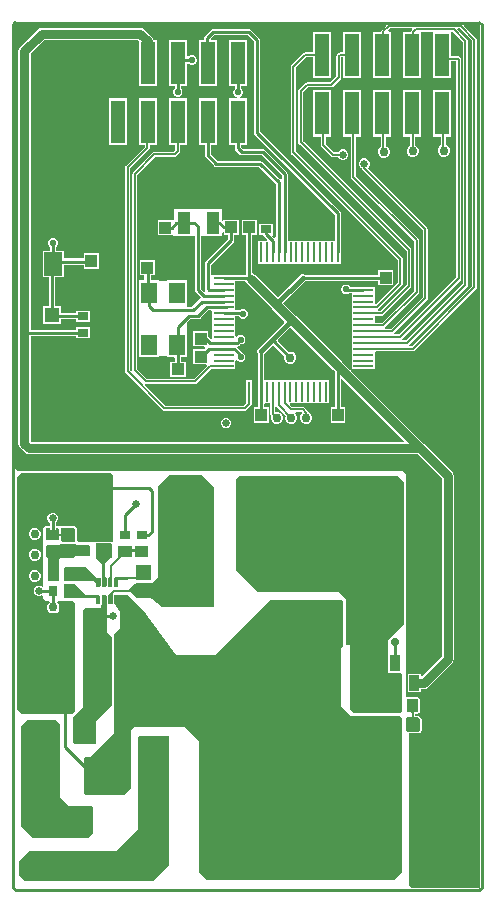
<source format=gtl>
G04*
G04 #@! TF.GenerationSoftware,Altium Limited,CircuitMaker,2.2.1 (2.2.1.6)*
G04*
G04 Layer_Physical_Order=1*
G04 Layer_Color=25308*
%FSLAX25Y25*%
%MOIN*%
G70*
G04*
G04 #@! TF.SameCoordinates,3F80FBB2-A1F2-450A-AE04-FF917F864492*
G04*
G04*
G04 #@! TF.FilePolarity,Positive*
G04*
G01*
G75*
%ADD11C,0.01000*%
%ADD16C,0.00600*%
%ADD20R,0.05000X0.14488*%
%ADD21R,0.04134X0.03937*%
%ADD22R,0.03937X0.04134*%
%ADD23R,0.05905X0.07874*%
%ADD24R,0.05512X0.07087*%
%ADD25R,0.00866X0.06693*%
%ADD26R,0.06693X0.00866*%
%ADD27R,0.03543X0.02756*%
%ADD28R,0.04331X0.07480*%
%ADD29R,0.09842X0.07874*%
%ADD30R,0.12437X0.10799*%
G04:AMPARAMS|DCode=31|XSize=26.38mil|YSize=11.81mil|CornerRadius=2.95mil|HoleSize=0mil|Usage=FLASHONLY|Rotation=90.000|XOffset=0mil|YOffset=0mil|HoleType=Round|Shape=RoundedRectangle|*
%AMROUNDEDRECTD31*
21,1,0.02638,0.00591,0,0,90.0*
21,1,0.02047,0.01181,0,0,90.0*
1,1,0.00591,0.00295,0.01024*
1,1,0.00591,0.00295,-0.01024*
1,1,0.00591,-0.00295,-0.01024*
1,1,0.00591,-0.00295,0.01024*
%
%ADD31ROUNDEDRECTD31*%
%ADD32R,0.07000X0.07087*%
%ADD33R,0.04331X0.04134*%
%ADD34R,0.12500X0.10000*%
G04:AMPARAMS|DCode=35|XSize=39.37mil|YSize=39.37mil|CornerRadius=5.91mil|HoleSize=0mil|Usage=FLASHONLY|Rotation=90.000|XOffset=0mil|YOffset=0mil|HoleType=Round|Shape=RoundedRectangle|*
%AMROUNDEDRECTD35*
21,1,0.03937,0.02756,0,0,90.0*
21,1,0.02756,0.03937,0,0,90.0*
1,1,0.01181,0.01378,0.01378*
1,1,0.01181,0.01378,-0.01378*
1,1,0.01181,-0.01378,-0.01378*
1,1,0.01181,-0.01378,0.01378*
%
%ADD35ROUNDEDRECTD35*%
%ADD36R,0.03347X0.05315*%
%ADD37R,0.02756X0.03543*%
%ADD38R,0.03543X0.03347*%
%ADD39R,0.15748X0.22047*%
%ADD40R,0.05984X0.06614*%
%ADD41R,0.12402X0.07008*%
%ADD67C,0.03000*%
%ADD71C,0.03000*%
%ADD72C,0.01500*%
%ADD73C,0.05118*%
%ADD74R,0.05118X0.05118*%
%ADD75C,0.09055*%
%ADD76C,0.02200*%
%ADD77C,0.02500*%
%ADD78C,0.02800*%
G36*
X183600Y68191D02*
X183409Y68000D01*
X160814D01*
X160000Y68814D01*
Y118974D01*
X159748Y119226D01*
X159940Y119688D01*
X163152D01*
X163535Y119846D01*
X163535Y119846D01*
X163913Y120224D01*
X164071Y120607D01*
X164071Y120607D01*
Y124516D01*
X163913Y124898D01*
X163913Y124898D01*
X163401Y125410D01*
X163019Y125568D01*
X163019Y125568D01*
X162037D01*
Y126115D01*
X162692D01*
X162692Y126115D01*
X163075Y126273D01*
X163272Y126471D01*
X163431Y126853D01*
X163431Y126853D01*
Y130987D01*
X163430Y130987D01*
X163431Y130987D01*
X163354Y131173D01*
X163272Y131370D01*
X163272Y131370D01*
X163272Y131370D01*
X163143Y131498D01*
X162761Y131657D01*
X162761Y131657D01*
X162761Y131657D01*
X160339Y131657D01*
X160330Y131653D01*
X159283D01*
X158993Y131846D01*
Y205960D01*
X158000Y206954D01*
Y207000D01*
X29500D01*
X28500Y208000D01*
X28500Y356000D01*
X151993D01*
X152184Y355538D01*
X150823Y354177D01*
X150646Y353912D01*
X150584Y353600D01*
X150103Y353488D01*
X148000D01*
Y338000D01*
X154000D01*
Y353488D01*
X153095D01*
X152904Y353950D01*
X153601Y354647D01*
X160841D01*
X161032Y354185D01*
X160823Y353977D01*
X160646Y353712D01*
X160602Y353488D01*
X158000D01*
Y338000D01*
X164000D01*
Y353488D01*
X164476Y353547D01*
X167525D01*
X168000Y353488D01*
X168000Y353047D01*
Y338000D01*
X174000D01*
Y343684D01*
X175684D01*
Y271638D01*
X156627Y252581D01*
X154948D01*
X154796Y253081D01*
X154910Y253157D01*
X165977Y264223D01*
X165977Y264223D01*
X166154Y264488D01*
X166216Y264800D01*
Y287600D01*
X166216Y287600D01*
X166154Y287912D01*
X165977Y288177D01*
X165977Y288177D01*
X146089Y308064D01*
X146534Y308509D01*
X146800Y309152D01*
Y309848D01*
X146534Y310491D01*
X146041Y310984D01*
X145398Y311250D01*
X144702D01*
X144059Y310984D01*
X143566Y310491D01*
X143300Y309848D01*
Y309152D01*
X143566Y308509D01*
X144059Y308016D01*
X144236Y307943D01*
X144296Y307638D01*
X144473Y307373D01*
X164584Y287262D01*
Y265138D01*
X153996Y254549D01*
X152017D01*
X151865Y255049D01*
X151979Y255125D01*
X163077Y266223D01*
X163077Y266223D01*
X163254Y266488D01*
X163316Y266800D01*
Y284000D01*
X163316Y284000D01*
X163254Y284312D01*
X163077Y284577D01*
X163077Y284577D01*
X142216Y305438D01*
Y318512D01*
X144000D01*
Y334000D01*
X138000D01*
Y318512D01*
X140584D01*
Y305100D01*
X140584Y305100D01*
X140646Y304788D01*
X140823Y304523D01*
X161684Y283662D01*
Y267138D01*
X151064Y256518D01*
X148890D01*
X148481Y256737D01*
X148481Y257135D01*
X148481Y258604D01*
X148890Y258823D01*
X150739D01*
X150739Y258823D01*
X151051Y258885D01*
X151316Y259062D01*
X160477Y268223D01*
X160654Y268488D01*
X160716Y268800D01*
X160716Y268800D01*
Y280700D01*
X160716Y280700D01*
X160654Y281012D01*
X160477Y281277D01*
X124616Y317138D01*
Y333462D01*
X126138Y334984D01*
X133914D01*
X133914Y334984D01*
X134226Y335046D01*
X134491Y335223D01*
X137077Y337809D01*
X137077Y337809D01*
X137254Y338074D01*
X137316Y338386D01*
X137316Y338386D01*
Y344984D01*
X138000D01*
Y338000D01*
X144000D01*
Y353488D01*
X138000D01*
Y346616D01*
X136800D01*
X136488Y346554D01*
X136223Y346377D01*
X136223Y346377D01*
X135923Y346077D01*
X135746Y345812D01*
X135684Y345500D01*
X135684Y345500D01*
Y338724D01*
X133576Y336616D01*
X125800D01*
X125800Y336616D01*
X125488Y336554D01*
X125223Y336377D01*
X125223Y336377D01*
X123223Y334377D01*
X123046Y334112D01*
X122984Y333800D01*
X122984Y333800D01*
Y316800D01*
X122984Y316800D01*
X123046Y316488D01*
X123223Y316223D01*
X159084Y280362D01*
Y269138D01*
X150401Y260455D01*
X149722D01*
X149570Y260955D01*
X149684Y261031D01*
X157577Y268923D01*
X157754Y269188D01*
X157816Y269500D01*
X157816Y269500D01*
Y277672D01*
X157754Y277984D01*
X157577Y278249D01*
X157577Y278249D01*
X122116Y313710D01*
Y341562D01*
X125538Y344984D01*
X128000D01*
Y338000D01*
X134000D01*
Y353488D01*
X128000D01*
Y346616D01*
X125200D01*
X124888Y346554D01*
X124623Y346377D01*
X124623Y346377D01*
X120723Y342477D01*
X120546Y342212D01*
X120484Y341900D01*
X120484Y341900D01*
Y313372D01*
X120484Y313372D01*
X120546Y313060D01*
X120723Y312796D01*
X156184Y277334D01*
Y269838D01*
X148975Y262628D01*
X148481Y262841D01*
X148481Y263041D01*
X148481Y264509D01*
X148481Y265009D01*
X148481Y266478D01*
X148481Y266978D01*
Y268446D01*
X145038D01*
X145024Y268455D01*
X144634Y268533D01*
X140230D01*
X139806Y268956D01*
X139218Y269200D01*
X138582D01*
X137994Y268956D01*
X137544Y268506D01*
X137300Y267918D01*
Y267282D01*
X137544Y266694D01*
X137994Y266244D01*
X138582Y266000D01*
X139218D01*
X139806Y266244D01*
X140056Y266493D01*
X140294D01*
X140788Y266478D01*
X140788Y265993D01*
X140788Y264612D01*
X140788Y264111D01*
X140788Y262643D01*
X140788Y262143D01*
X140788Y260675D01*
X140788Y260174D01*
X140788Y258706D01*
X140788Y258206D01*
X140788Y256737D01*
X140788Y256238D01*
X140788Y254769D01*
X140788Y254269D01*
X140788Y252800D01*
X140788Y252301D01*
X140788Y250832D01*
X140788Y250332D01*
Y248864D01*
X140788D01*
Y248761D01*
X140788Y248761D01*
X140788Y246895D01*
X140788Y246395D01*
X140788Y244927D01*
X140788Y244426D01*
X140788Y242958D01*
X140788Y242458D01*
Y241478D01*
X140788Y241092D01*
X140361Y240811D01*
X137687Y243486D01*
X137686Y243487D01*
X137685Y243488D01*
X137592Y243581D01*
X122286Y258887D01*
X117988Y263185D01*
X125233Y270430D01*
X144634D01*
X144886Y270480D01*
X149632D01*
Y268933D01*
X154569D01*
Y274067D01*
X149632D01*
Y272520D01*
X144684D01*
X144433Y272470D01*
X125174D01*
X124938Y272627D01*
X124450Y272725D01*
X123962Y272627D01*
X123549Y272351D01*
X116185Y264988D01*
X108642Y272531D01*
X107980Y272973D01*
X107670Y273035D01*
Y279934D01*
Y285716D01*
X109111D01*
Y290850D01*
X104174D01*
Y285716D01*
X105630D01*
Y279934D01*
Y272470D01*
X98166D01*
X97776Y272392D01*
X97762Y272383D01*
X94420D01*
X94319Y272383D01*
X93920Y272625D01*
Y275878D01*
X99921Y281879D01*
X101421Y283379D01*
X101642Y283710D01*
X101720Y284100D01*
Y285687D01*
X103168D01*
Y290821D01*
X98232D01*
Y290710D01*
X97732Y290451D01*
X97600Y290543D01*
Y294400D01*
X82100D01*
X82083Y294400D01*
X81730Y294400D01*
X81713Y294440D01*
X81600Y294400D01*
X81600Y293954D01*
X81600Y293900D01*
Y290980D01*
X81169Y290814D01*
X81169Y290814D01*
Y290814D01*
X81169Y290814D01*
X76231D01*
Y285680D01*
X81169D01*
Y285680D01*
X81600Y285515D01*
Y285400D01*
X88580D01*
Y267400D01*
X88658Y267010D01*
X88879Y266679D01*
X90506Y265052D01*
X90390Y264539D01*
X90354Y264497D01*
X90055Y264297D01*
X87378Y261620D01*
X85953D01*
Y270498D01*
X85862D01*
Y270605D01*
X79351D01*
Y270498D01*
X76413D01*
Y270605D01*
X73767D01*
Y272332D01*
X75265D01*
Y277269D01*
X70131D01*
Y272332D01*
X71728D01*
Y270605D01*
X69902D01*
Y270498D01*
X69843D01*
Y245302D01*
X69902D01*
Y245195D01*
X76413D01*
Y245302D01*
X79351D01*
Y245195D01*
X81603D01*
X81955Y244841D01*
X81947Y243468D01*
X80386D01*
Y238531D01*
X85520D01*
Y243468D01*
X84341D01*
X83988Y243823D01*
X83996Y245195D01*
X85862D01*
Y245302D01*
X85953D01*
Y256711D01*
X87022Y257780D01*
X89700D01*
X90090Y257858D01*
X90421Y258079D01*
X92930Y260588D01*
X93826D01*
X94319Y260572D01*
X94319Y258706D01*
X94319Y258206D01*
X94319Y256737D01*
X94319Y256238D01*
X94319Y254769D01*
X94319Y254269D01*
X94319Y252800D01*
X94319Y252301D01*
Y251330D01*
X93819Y251123D01*
X93068Y251874D01*
X92968Y251940D01*
Y253720D01*
X88032D01*
Y248586D01*
X91537D01*
X91748Y248110D01*
X91515Y247814D01*
X88032D01*
Y242680D01*
X92320D01*
X92527Y242180D01*
X88162Y237816D01*
X72438D01*
X69316Y240938D01*
Y305862D01*
X75238Y311784D01*
X81800D01*
X81800Y311784D01*
X82112Y311846D01*
X82377Y312023D01*
X83377Y313023D01*
X83377Y313023D01*
X83554Y313288D01*
X83616Y313600D01*
Y315768D01*
X86000D01*
Y331256D01*
X80000D01*
Y315768D01*
X81984D01*
Y313938D01*
X81462Y313416D01*
X74900D01*
X74900Y313416D01*
X74588Y313354D01*
X74323Y313177D01*
X74323Y313177D01*
X67923Y306777D01*
X67746Y306512D01*
X67684Y306200D01*
X67684Y306200D01*
Y240613D01*
X67588Y240554D01*
X67249Y240394D01*
X66916Y240659D01*
Y307962D01*
X73277Y314323D01*
X73454Y314588D01*
X73516Y314900D01*
X73516Y314900D01*
Y315768D01*
X76000D01*
Y331256D01*
X70000D01*
Y315768D01*
X71884D01*
Y315238D01*
X65523Y308877D01*
X65346Y308612D01*
X65284Y308300D01*
X65284Y308300D01*
Y240293D01*
X65284Y240293D01*
X65346Y239981D01*
X65523Y239716D01*
X77816Y227423D01*
X77816Y227423D01*
X78081Y227246D01*
X78393Y227184D01*
X78393Y227184D01*
X105100D01*
X105100Y227184D01*
X105412Y227246D01*
X105677Y227423D01*
X107199Y228946D01*
X107199Y228946D01*
X107376Y229210D01*
X107438Y229523D01*
Y229619D01*
X107556D01*
Y237312D01*
X105690D01*
Y229743D01*
X104762Y228816D01*
X78731D01*
X71816Y235731D01*
X72062Y236192D01*
X72100Y236184D01*
X72100Y236184D01*
X88500D01*
X88500Y236184D01*
X88812Y236246D01*
X89077Y236423D01*
X93761Y241107D01*
X94319D01*
Y240989D01*
X102012D01*
X102012Y242856D01*
X102012Y243356D01*
Y243872D01*
X102188Y243962D01*
X102512Y244025D01*
X102894Y243644D01*
X103482Y243400D01*
X104118D01*
X104706Y243644D01*
X105156Y244094D01*
X105400Y244682D01*
Y245318D01*
X105156Y245906D01*
X104706Y246356D01*
X104503Y246441D01*
X102667Y248277D01*
X102676Y248438D01*
X102844Y248806D01*
X103087Y248855D01*
X103418Y249076D01*
X103642Y249300D01*
X104118D01*
X104706Y249544D01*
X105156Y249994D01*
X105400Y250582D01*
Y251218D01*
X105156Y251806D01*
X104706Y252256D01*
X104118Y252500D01*
X103482D01*
X102894Y252256D01*
X102512Y251875D01*
X102188Y251938D01*
X102012Y252028D01*
X102012Y252698D01*
X102012Y253198D01*
X102012Y254667D01*
X102012Y255167D01*
X102012Y256635D01*
X102012Y257135D01*
X102012Y258604D01*
X102506Y258619D01*
X103133D01*
X103144Y258594D01*
X103594Y258144D01*
X104182Y257900D01*
X104818D01*
X105406Y258144D01*
X105856Y258594D01*
X106100Y259182D01*
Y259818D01*
X105856Y260406D01*
X105406Y260856D01*
X104818Y261100D01*
X104182D01*
X103594Y260856D01*
X103396Y260659D01*
X102506D01*
X102012Y260675D01*
Y262143D01*
X102012Y262541D01*
X102012D01*
Y262643D01*
X102012D01*
Y264509D01*
X102012D01*
Y264612D01*
X102012D01*
Y266478D01*
X102012D01*
Y266580D01*
X102012Y266580D01*
X102012Y268446D01*
X102012Y268946D01*
X102012Y270415D01*
X102506Y270430D01*
X105292D01*
X105316Y270309D01*
X105758Y269647D01*
X114203Y261203D01*
X118325Y257080D01*
Y256580D01*
X113599Y251854D01*
X109658Y247914D01*
X109382Y247500D01*
X109285Y247012D01*
X109382Y246525D01*
X109540Y246288D01*
Y233466D01*
X109579Y233272D01*
X109580Y233263D01*
Y228302D01*
X108174D01*
Y223168D01*
X113111D01*
Y228302D01*
X111620D01*
Y229266D01*
X111973Y229619D01*
X113461Y229619D01*
X113681Y229210D01*
Y226103D01*
X113681Y226103D01*
X113743Y225791D01*
X113920Y225527D01*
X113931Y225515D01*
X113800Y225198D01*
Y224402D01*
X114104Y223667D01*
X114667Y223105D01*
X115402Y222800D01*
X116198D01*
X116933Y223105D01*
X117496Y223667D01*
X117800Y224402D01*
Y225198D01*
X117496Y225933D01*
X116933Y226496D01*
X116198Y226800D01*
X115402D01*
X115312Y226860D01*
Y228420D01*
X115812Y228572D01*
X115888Y228458D01*
X118831Y225515D01*
X118700Y225198D01*
Y224402D01*
X119004Y223667D01*
X119567Y223105D01*
X120302Y222800D01*
X121098D01*
X121833Y223105D01*
X122396Y223667D01*
X122700Y224402D01*
Y225198D01*
X122396Y225933D01*
X122044Y226284D01*
X122251Y226784D01*
X124149D01*
X124422Y226351D01*
X124004Y225933D01*
X123700Y225198D01*
Y224402D01*
X124004Y223667D01*
X124567Y223105D01*
X125302Y222800D01*
X126098D01*
X126833Y223105D01*
X127395Y223667D01*
X127700Y224402D01*
Y225198D01*
X127395Y225933D01*
X126833Y226496D01*
X126488Y226638D01*
X126454Y226812D01*
X126277Y227077D01*
X126277Y227077D01*
X125177Y228177D01*
X124912Y228354D01*
X124600Y228416D01*
X124600Y228416D01*
X120938D01*
X120196Y229157D01*
X120387Y229619D01*
X121335Y229619D01*
X121835Y229619D01*
X123304Y229619D01*
X123804Y229619D01*
X125272Y229619D01*
X125772Y229619D01*
X127241Y229619D01*
X127741Y229619D01*
X129209Y229619D01*
X129709Y229619D01*
X131178Y229619D01*
X131678Y229619D01*
X133146D01*
Y237312D01*
X131280Y237312D01*
X130780Y237312D01*
X129312Y237312D01*
X128812Y237312D01*
X127343Y237312D01*
X126843Y237312D01*
X125374Y237312D01*
X124874Y237312D01*
X123406Y237312D01*
X122906Y237312D01*
X121438Y237312D01*
X120938Y237312D01*
X119469D01*
X119469Y237312D01*
X119367D01*
Y237312D01*
X118969Y237312D01*
X117500D01*
Y237312D01*
X117398D01*
X117398Y237312D01*
X115532Y237312D01*
X115032Y237312D01*
X113564Y237312D01*
X113064Y237312D01*
X111595D01*
X111579Y237806D01*
Y246230D01*
X114554Y249204D01*
X118347Y245411D01*
X118300Y245298D01*
Y244502D01*
X118605Y243767D01*
X119167Y243204D01*
X119902Y242900D01*
X120698D01*
X121433Y243204D01*
X121995Y243767D01*
X122300Y244502D01*
Y245298D01*
X121995Y246033D01*
X121433Y246596D01*
X120698Y246900D01*
X119902D01*
X119789Y246853D01*
X116246Y250396D01*
Y250896D01*
X120378Y255028D01*
X134708Y240697D01*
X134709Y240697D01*
X134710Y240696D01*
X134804Y240601D01*
X135130Y240275D01*
Y233466D01*
Y228302D01*
X133742D01*
Y223168D01*
X138680D01*
Y228302D01*
X137170D01*
Y233466D01*
Y237582D01*
X137631Y237774D01*
X158204Y217201D01*
X158013Y216739D01*
X34045D01*
X33739Y217045D01*
Y252169D01*
X48928D01*
Y251310D01*
X53472D01*
Y255066D01*
X48928D01*
Y254208D01*
X33739D01*
Y346155D01*
X38345Y350761D01*
X69455D01*
X70000Y350216D01*
Y335256D01*
X76000D01*
Y350744D01*
X74791D01*
X74734Y351030D01*
X74292Y351692D01*
X74292Y351692D01*
X71742Y354242D01*
X71080Y354684D01*
X70300Y354839D01*
X37500D01*
X36720Y354684D01*
X36058Y354242D01*
X30258Y348442D01*
X29816Y347780D01*
X29661Y347000D01*
Y253200D01*
Y216200D01*
X29816Y215420D01*
X30258Y214758D01*
X31758Y213258D01*
X32420Y212816D01*
X33200Y212661D01*
X162744D01*
X170761Y204644D01*
Y145145D01*
X164402Y138786D01*
X163902Y138993D01*
Y139576D01*
X159556D01*
Y133261D01*
X163902D01*
Y134379D01*
X164918D01*
X165699Y134534D01*
X166360Y134976D01*
X174242Y142858D01*
X174684Y143520D01*
X174839Y144300D01*
Y205489D01*
X174684Y206269D01*
X174242Y206931D01*
X165031Y216142D01*
X165031Y216142D01*
X140610Y240563D01*
X140891Y240989D01*
X141245Y240989D01*
X148481D01*
X148481Y242856D01*
X148481Y243356D01*
X148481Y244824D01*
X148481Y245324D01*
X148481Y246793D01*
X148890Y247012D01*
X161228D01*
X161228Y247012D01*
X161540Y247074D01*
X161805Y247251D01*
X182277Y267723D01*
X182454Y267988D01*
X182516Y268300D01*
X182516Y268300D01*
Y350900D01*
X182454Y351212D01*
X182277Y351477D01*
X182277Y351477D01*
X178216Y355538D01*
X178407Y356000D01*
X183600D01*
Y68191D01*
D02*
G37*
G36*
X98232Y286715D02*
Y285687D01*
X99680D01*
Y284522D01*
X98479Y283321D01*
X92179Y277021D01*
X91958Y276690D01*
X91880Y276300D01*
Y267900D01*
X91958Y267510D01*
X92040Y267387D01*
X91866Y266877D01*
X91822Y266834D01*
X91643Y266799D01*
X90620Y267822D01*
Y285400D01*
X97600D01*
Y286469D01*
X98100Y286780D01*
X98232Y286715D01*
D02*
G37*
G36*
X177884Y350062D02*
Y269438D01*
X159059Y250612D01*
X157580D01*
X157428Y251112D01*
X157542Y251188D01*
X177077Y270723D01*
X177077Y270723D01*
X177254Y270988D01*
X177316Y271300D01*
Y344200D01*
X177254Y344512D01*
X177077Y344777D01*
X177077Y344777D01*
X176777Y345077D01*
X176512Y345254D01*
X176200Y345316D01*
X176200Y345316D01*
X174000D01*
X174000Y353304D01*
X174500Y353447D01*
X177884Y350062D01*
D02*
G37*
G36*
X180884Y350562D02*
Y268638D01*
X160890Y248644D01*
X160011D01*
X159859Y249144D01*
X159973Y249220D01*
X179277Y268523D01*
X179454Y268788D01*
X179516Y269100D01*
X179516Y269100D01*
Y350400D01*
X179454Y350712D01*
X179277Y350977D01*
X179277Y350977D01*
X176068Y354185D01*
X176260Y354647D01*
X176799D01*
X180884Y350562D01*
D02*
G37*
G36*
X48505Y187523D02*
X48505Y183842D01*
X48158Y183548D01*
X44365Y183498D01*
X43917Y183941D01*
Y185497D01*
X43406D01*
X43288Y185380D01*
Y184200D01*
X38883D01*
X38765Y184651D01*
Y187659D01*
X39051Y187936D01*
X40080D01*
Y186056D01*
X40158Y185666D01*
X40379Y185335D01*
X40710Y185114D01*
X41100Y185036D01*
X41490Y185114D01*
X41821Y185335D01*
X42042Y185666D01*
X42120Y186056D01*
Y187936D01*
X42839D01*
X43301Y187844D01*
Y186232D01*
X43891D01*
X43904Y186245D01*
Y187857D01*
X43982Y187936D01*
X48092D01*
X48505Y187523D01*
D02*
G37*
G36*
X61100Y205700D02*
Y183883D01*
X60794Y183577D01*
X49666D01*
X49145Y184099D01*
Y188085D01*
X48514Y188716D01*
X42120D01*
Y189845D01*
X42584Y190309D01*
X42850Y190952D01*
Y191648D01*
X42584Y192291D01*
X42091Y192784D01*
X41448Y193050D01*
X40752D01*
X40109Y192784D01*
X39616Y192291D01*
X39350Y191648D01*
Y190952D01*
X39616Y190309D01*
X40080Y189845D01*
Y188716D01*
X38642D01*
X38000Y188074D01*
Y168782D01*
X37500Y168575D01*
X37491Y168584D01*
X36848Y168850D01*
X36152D01*
X35509Y168584D01*
X35016Y168091D01*
X34750Y167448D01*
Y166752D01*
X35016Y166109D01*
X35509Y165616D01*
X36152Y165350D01*
X36848D01*
X37491Y165616D01*
X37500Y165625D01*
X38000Y165418D01*
Y164667D01*
X39040Y163627D01*
X39892D01*
X40099Y163127D01*
X39704Y162733D01*
X39400Y161998D01*
Y161202D01*
X39704Y160467D01*
X40267Y159905D01*
X41002Y159600D01*
X41798D01*
X42533Y159905D01*
X43095Y160467D01*
X43400Y161202D01*
Y161998D01*
X43095Y162733D01*
X42701Y163127D01*
X42908Y163627D01*
X47973D01*
X48700Y162900D01*
Y127235D01*
X47465Y126000D01*
X30909D01*
X29100Y127809D01*
Y204848D01*
X30511Y206258D01*
X60542D01*
X61100Y205700D01*
D02*
G37*
G36*
X67457Y182043D02*
Y181162D01*
X68545D01*
Y182104D01*
X68613Y182172D01*
X72882D01*
X72974Y182080D01*
Y178575D01*
X72887Y178488D01*
X68638D01*
X68527Y178598D01*
Y180131D01*
X67475D01*
Y178605D01*
X67217Y178346D01*
X64046D01*
X60900Y175200D01*
Y168552D01*
X60050D01*
X59657Y168898D01*
X59657Y168898D01*
Y171259D01*
X59656Y171261D01*
X60198Y171803D01*
Y175550D01*
X62928Y178280D01*
Y181986D01*
X63161Y182220D01*
X63165Y182222D01*
X67277D01*
X67457Y182043D01*
D02*
G37*
G36*
X73800Y175700D02*
Y170910D01*
X73735Y170846D01*
X69035D01*
X68994Y170887D01*
X68897Y170984D01*
X63313Y170913D01*
X63003Y170684D01*
Y168777D01*
X62752Y168526D01*
X61693D01*
X61452Y169165D01*
X61452Y171240D01*
X61912Y171700D01*
X69000D01*
Y175800D01*
X69111Y175911D01*
X73589D01*
X73800Y175700D01*
D02*
G37*
G36*
X49166Y182430D02*
X53166D01*
X53551Y182152D01*
Y178655D01*
X48679D01*
X48149Y178124D01*
X43587D01*
X43100Y177637D01*
Y170500D01*
X42994Y170394D01*
X39606D01*
X39429Y170571D01*
Y178106D01*
X38800Y178735D01*
Y182139D01*
X39126Y182465D01*
X43459D01*
X43494Y182500D01*
X43714Y182720D01*
X48876D01*
X49166Y182430D01*
D02*
G37*
G36*
X55800Y171500D02*
X57100D01*
Y168919D01*
X56898Y168502D01*
X55698D01*
X55474Y168726D01*
Y169659D01*
X54733Y170400D01*
X45000D01*
X44900Y170500D01*
Y174845D01*
X45336Y175000D01*
X52300D01*
X55800Y171500D01*
D02*
G37*
G36*
X60908Y182829D02*
Y178201D01*
X60637Y177930D01*
X60130D01*
X58550Y176350D01*
Y171824D01*
X59115Y171259D01*
Y168898D01*
X58718Y168500D01*
X57988D01*
X57700Y168788D01*
Y176100D01*
X55591Y178209D01*
Y182935D01*
X55662Y183006D01*
X60731D01*
X60908Y182829D01*
D02*
G37*
G36*
X52265Y165735D02*
X56517D01*
X56959Y165500D01*
X56959Y165500D01*
Y162735D01*
X56827Y162603D01*
Y162589D01*
X55911D01*
X55600Y162900D01*
Y164512D01*
X55412Y164700D01*
X45200D01*
X44900Y165000D01*
Y169300D01*
X45100Y169500D01*
X48500D01*
X52265Y165735D01*
D02*
G37*
G36*
X94800Y201800D02*
Y162400D01*
Y162200D01*
X94500Y161700D01*
X77700D01*
X74353Y164495D01*
X73700Y164900D01*
X69100D01*
X67400Y166600D01*
X61631D01*
X61078Y165747D01*
Y162989D01*
X60765Y162676D01*
X59780D01*
X59641Y162815D01*
Y165400D01*
X59596Y165508D01*
X61184Y167400D01*
X66300Y167400D01*
X68447Y169547D01*
X68832Y169856D01*
X74156D01*
X76200Y171900D01*
Y201800D01*
X80000Y205600D01*
X91000D01*
X94800Y201800D01*
D02*
G37*
G36*
X158200Y203400D02*
Y156100D01*
X152878Y150778D01*
Y139887D01*
X153112Y139653D01*
X157296D01*
X157603Y139346D01*
Y127003D01*
X157100Y126500D01*
X141300D01*
X140100Y127700D01*
Y149000D01*
X139320D01*
X138752Y149569D01*
Y164348D01*
X136200Y166900D01*
X109600D01*
X102400Y174100D01*
Y204300D01*
X103600Y205500D01*
X156100D01*
X158200Y203400D01*
D02*
G37*
G36*
X162761Y131115D02*
X162889Y130987D01*
Y126853D01*
X162692Y126656D01*
X161615D01*
X161496Y126537D01*
Y125027D01*
X163019D01*
X163530Y124516D01*
Y120607D01*
X163152Y120229D01*
X159280D01*
X158823Y120686D01*
Y124450D01*
X159366Y124993D01*
X160686D01*
X160852Y125160D01*
Y126449D01*
X160621Y126680D01*
X159318D01*
X159201Y126811D01*
Y131030D01*
X159283Y131112D01*
X160335D01*
X160339Y131115D01*
X162761Y131115D01*
D02*
G37*
G36*
X59100Y165400D02*
Y153300D01*
X60800Y151600D01*
Y128700D01*
X55700Y123600D01*
Y116200D01*
X48300D01*
X47800Y116700D01*
Y125000D01*
X51100Y128300D01*
Y160800D01*
X51738Y161438D01*
X57300D01*
X57400Y161900D01*
X57500Y162600D01*
Y165500D01*
X57700Y165700D01*
X58800D01*
X59100Y165400D01*
D02*
G37*
G36*
X43500Y122800D02*
Y98400D01*
X46600Y95300D01*
X54100D01*
X54700Y94700D01*
Y86300D01*
X53100Y84700D01*
X34700D01*
X30500Y88900D01*
Y122100D01*
X32600Y124200D01*
X42100D01*
X43500Y122800D01*
D02*
G37*
G36*
X71200Y160789D02*
X82159Y145900D01*
X95500Y145900D01*
X113700Y164100D01*
X137434Y164000D01*
X137900Y163720D01*
Y148899D01*
X137100Y148099D01*
Y128700D01*
X140300Y125500D01*
X156777D01*
X157584Y124792D01*
Y73384D01*
X155000Y70800D01*
X92500D01*
X90000Y73300D01*
Y117000D01*
X85200Y121800D01*
X68500D01*
X67300Y120600D01*
Y101500D01*
X64800Y99000D01*
X52200D01*
X51500Y99700D01*
Y111200D01*
X52000Y111700D01*
X53800D01*
X61700Y119600D01*
Y152625D01*
X63593Y154518D01*
Y160071D01*
X61619Y163230D01*
Y165587D01*
X61691Y165697D01*
X61715Y165717D01*
X66078D01*
X71200Y160789D01*
D02*
G37*
G36*
X79925Y75675D02*
X74750Y70500D01*
X32050D01*
X30000Y72550D01*
Y77150D01*
X33150Y80300D01*
X62150D01*
X69717Y87867D01*
X69671Y118546D01*
X70024Y118900D01*
X79925D01*
Y75675D01*
D02*
G37*
%LPC*%
G36*
X86000Y350744D02*
X80000D01*
Y335256D01*
X81780D01*
Y334699D01*
X81444Y334362D01*
X81200Y333774D01*
Y333138D01*
X81444Y332550D01*
X81894Y332100D01*
X82482Y331856D01*
X83118D01*
X83706Y332100D01*
X84156Y332550D01*
X84400Y333138D01*
Y333774D01*
X84156Y334362D01*
X83820Y334699D01*
Y335256D01*
X86000D01*
Y342635D01*
X86500Y342837D01*
X86694Y342644D01*
X87282Y342400D01*
X87918D01*
X88506Y342644D01*
X88956Y343094D01*
X89200Y343682D01*
Y344318D01*
X88956Y344906D01*
X88506Y345356D01*
X87918Y345600D01*
X87282D01*
X86694Y345356D01*
X86500Y345163D01*
X86000Y345365D01*
Y350744D01*
D02*
G37*
G36*
X66000Y331256D02*
X60000D01*
Y315768D01*
X66000D01*
Y331256D01*
D02*
G37*
G36*
X174000Y334000D02*
X168000D01*
Y318512D01*
X170553D01*
Y315673D01*
X170367Y315596D01*
X169805Y315033D01*
X169500Y314298D01*
Y313502D01*
X169805Y312767D01*
X170367Y312205D01*
X171102Y311900D01*
X171898D01*
X172633Y312205D01*
X173196Y312767D01*
X173500Y313502D01*
Y314298D01*
X173196Y315033D01*
X172633Y315596D01*
X172185Y315781D01*
Y318512D01*
X174000D01*
Y334000D01*
D02*
G37*
G36*
X164000D02*
X158000D01*
Y318512D01*
X160384D01*
Y315527D01*
X160067Y315395D01*
X159504Y314833D01*
X159200Y314098D01*
Y313302D01*
X159504Y312567D01*
X160067Y312004D01*
X160802Y311700D01*
X161598D01*
X162333Y312004D01*
X162896Y312567D01*
X163200Y313302D01*
Y314098D01*
X162896Y314833D01*
X162333Y315395D01*
X162016Y315527D01*
Y318512D01*
X164000D01*
Y334000D01*
D02*
G37*
G36*
X154000D02*
X148000D01*
Y318512D01*
X150584D01*
Y315285D01*
X150367Y315195D01*
X149804Y314633D01*
X149500Y313898D01*
Y313102D01*
X149804Y312367D01*
X150367Y311805D01*
X151102Y311500D01*
X151898D01*
X152633Y311805D01*
X153196Y312367D01*
X153500Y313102D01*
Y313898D01*
X153196Y314633D01*
X152633Y315195D01*
X152216Y315368D01*
Y318512D01*
X154000D01*
Y334000D01*
D02*
G37*
G36*
X134000D02*
X128000D01*
Y318512D01*
X130584D01*
Y315600D01*
X130584Y315600D01*
X130646Y315288D01*
X130823Y315023D01*
X133923Y311923D01*
X133923Y311923D01*
X134188Y311746D01*
X134500Y311684D01*
X136344D01*
X136416Y311509D01*
X136909Y311016D01*
X137552Y310750D01*
X138248D01*
X138891Y311016D01*
X139384Y311509D01*
X139650Y312152D01*
Y312848D01*
X139384Y313491D01*
X138891Y313984D01*
X138248Y314250D01*
X137552D01*
X136909Y313984D01*
X136416Y313491D01*
X136344Y313316D01*
X134838D01*
X132216Y315938D01*
Y318512D01*
X134000D01*
Y334000D01*
D02*
G37*
G36*
X106500Y354420D02*
X94639D01*
X94249Y354342D01*
X93918Y354121D01*
X91879Y352082D01*
X91658Y351751D01*
X91580Y351361D01*
Y350744D01*
X90000D01*
Y335256D01*
X96000D01*
Y350744D01*
X94132D01*
X93925Y351244D01*
X95061Y352380D01*
X106078D01*
X108180Y350278D01*
Y319900D01*
X108258Y319510D01*
X108479Y319179D01*
X114279Y313379D01*
X135158Y292500D01*
Y284274D01*
X135142Y283781D01*
X134658Y283781D01*
X133276Y283781D01*
X132776Y283781D01*
X131307Y283781D01*
X130807Y283781D01*
X129339Y283781D01*
X128839Y283781D01*
X127371Y283781D01*
X126871Y283781D01*
X125402Y283781D01*
X124902Y283781D01*
X123433Y283781D01*
X122933Y283781D01*
X121465Y283781D01*
X120965Y283781D01*
X119497Y283781D01*
X119481Y284274D01*
Y306039D01*
X119403Y306429D01*
X119182Y306760D01*
X111901Y314040D01*
X111571Y314262D01*
X111180Y314339D01*
X104503D01*
X103820Y315022D01*
Y315768D01*
X106000D01*
Y331256D01*
X103659D01*
X103559Y331756D01*
X103907Y331900D01*
X104357Y332350D01*
X104600Y332938D01*
Y333575D01*
X104357Y334163D01*
X103907Y334613D01*
X103820Y334649D01*
Y335256D01*
X106000D01*
Y350744D01*
X100000D01*
Y335256D01*
X101780D01*
Y334299D01*
X101644Y334163D01*
X101400Y333575D01*
Y332938D01*
X101644Y332350D01*
X102094Y331900D01*
X102441Y331756D01*
X102342Y331256D01*
X100000D01*
Y315768D01*
X101780D01*
Y314600D01*
X101858Y314210D01*
X102079Y313879D01*
X103359Y312599D01*
X103690Y312378D01*
X104080Y312300D01*
X110758D01*
X117441Y305617D01*
Y304508D01*
X116941Y304300D01*
X111021Y310221D01*
X110690Y310442D01*
X110300Y310520D01*
X96122D01*
X93820Y312822D01*
Y315768D01*
X96000D01*
Y331256D01*
X90000D01*
Y315768D01*
X91780D01*
Y312400D01*
X91858Y312010D01*
X92079Y311679D01*
X94979Y308779D01*
X95310Y308558D01*
X95700Y308480D01*
X109878D01*
X115473Y302885D01*
Y284976D01*
X114973Y284769D01*
X114397Y285345D01*
X114572Y285766D01*
X114572D01*
Y289522D01*
X110028D01*
Y285766D01*
X111327D01*
X111358Y285610D01*
X111579Y285279D01*
X112616Y284243D01*
X112424Y283781D01*
X111623Y283781D01*
X111123Y283781D01*
X109654D01*
Y276088D01*
X111520Y276088D01*
X112020Y276088D01*
X113489D01*
X113489Y276088D01*
X113591D01*
Y276088D01*
X113989Y276088D01*
X115457D01*
Y276088D01*
X115559D01*
Y276088D01*
X117426D01*
Y276088D01*
X117528D01*
X117528Y276088D01*
X119394Y276088D01*
X119894Y276088D01*
X121363Y276088D01*
X121863Y276088D01*
X123331Y276088D01*
X123831Y276088D01*
X125300Y276088D01*
X125800Y276088D01*
X127268Y276088D01*
X127768Y276088D01*
X129237Y276088D01*
X129737Y276088D01*
X131205Y276088D01*
X131705Y276088D01*
X133174Y276088D01*
X133674Y276088D01*
X135142Y276088D01*
X135642Y276088D01*
X137111D01*
Y279531D01*
X137120Y279544D01*
X137197Y279934D01*
Y292922D01*
X137120Y293313D01*
X136899Y293643D01*
X115721Y314821D01*
X110220Y320322D01*
Y350700D01*
X110142Y351090D01*
X109921Y351421D01*
X107221Y354121D01*
X106890Y354342D01*
X106500Y354420D01*
D02*
G37*
G36*
X41555Y284619D02*
X40919D01*
X40330Y284375D01*
X39880Y283925D01*
X39637Y283337D01*
Y282700D01*
X39880Y282112D01*
X40217Y281776D01*
Y280495D01*
X37847D01*
Y271621D01*
X39880D01*
Y262059D01*
X37841D01*
Y255941D01*
X43959D01*
Y257680D01*
X48928D01*
Y256822D01*
X53472D01*
Y260578D01*
X48928D01*
Y259720D01*
X43959D01*
Y262059D01*
X41920D01*
Y271621D01*
X44753D01*
Y275880D01*
X51531D01*
Y274480D01*
X56468D01*
Y279614D01*
X51531D01*
Y277920D01*
X44753D01*
Y280495D01*
X42256D01*
Y281776D01*
X42593Y282112D01*
X42837Y282700D01*
Y283337D01*
X42593Y283925D01*
X42143Y284375D01*
X41555Y284619D01*
D02*
G37*
G36*
X99248Y224750D02*
X98552D01*
X97909Y224484D01*
X97416Y223991D01*
X97150Y223348D01*
Y222652D01*
X97416Y222009D01*
X97909Y221516D01*
X98552Y221250D01*
X99248D01*
X99891Y221516D01*
X100384Y222009D01*
X100650Y222652D01*
Y223348D01*
X100384Y223991D01*
X99891Y224484D01*
X99248Y224750D01*
D02*
G37*
G36*
X35498Y188100D02*
X34702D01*
X33967Y187795D01*
X33404Y187233D01*
X33100Y186498D01*
Y185702D01*
X33404Y184967D01*
X33967Y184405D01*
X34702Y184100D01*
X35498D01*
X36233Y184405D01*
X36795Y184967D01*
X37100Y185702D01*
Y186498D01*
X36795Y187233D01*
X36233Y187795D01*
X35498Y188100D01*
D02*
G37*
G36*
Y181200D02*
X34702D01*
X33967Y180895D01*
X33404Y180333D01*
X33100Y179598D01*
Y178802D01*
X33404Y178067D01*
X33967Y177505D01*
X34702Y177200D01*
X35498D01*
X36233Y177505D01*
X36795Y178067D01*
X37100Y178802D01*
Y179598D01*
X36795Y180333D01*
X36233Y180895D01*
X35498Y181200D01*
D02*
G37*
G36*
Y174100D02*
X34702D01*
X33967Y173795D01*
X33404Y173233D01*
X33100Y172498D01*
Y171702D01*
X33404Y170967D01*
X33967Y170405D01*
X34702Y170100D01*
X35498D01*
X36233Y170405D01*
X36795Y170967D01*
X37100Y171702D01*
Y172498D01*
X36795Y173233D01*
X36233Y173795D01*
X35498Y174100D01*
D02*
G37*
%LPD*%
D11*
X136150Y233466D02*
Y241950D01*
Y225858D02*
Y233466D01*
X110600Y225735D02*
Y233425D01*
X110560Y233466D02*
Y247012D01*
X102800Y314600D02*
Y323512D01*
X92800Y312400D02*
Y323512D01*
X102800Y333456D02*
Y344500D01*
Y333456D02*
X103000Y333256D01*
X82800Y333456D02*
Y344500D01*
X42142Y276900D02*
X54000D01*
X41147Y276211D02*
X41237Y276301D01*
X40900Y275964D02*
X41147Y276211D01*
X82800Y344500D02*
X83300Y344000D01*
X87600D01*
X72747Y266972D02*
Y273500D01*
Y266972D02*
X73157Y266561D01*
X92600Y344700D02*
Y351361D01*
Y344700D02*
X92800Y344500D01*
X92600Y351361D02*
X94639Y353400D01*
X106500D02*
X109200Y350700D01*
Y319900D02*
Y350700D01*
X104080Y313320D02*
X111180D01*
X102800Y314600D02*
X104080Y313320D01*
X109200Y319900D02*
X115000Y314100D01*
X94639Y353400D02*
X106500D01*
X83000Y249239D02*
Y255200D01*
Y249239D02*
Y255200D01*
X92508Y261608D02*
X99100D01*
X82953Y241000D02*
X83000Y249239D01*
X82953Y241000D02*
X83000Y249239D01*
Y255200D02*
X86600Y258800D01*
X89700D01*
X110300Y309500D02*
X116493Y303307D01*
X95700Y309500D02*
X110300D01*
X92800Y312400D02*
X95700Y309500D01*
X116493Y279934D02*
Y303307D01*
X41237Y276301D02*
Y283019D01*
X41300Y276058D02*
X42142Y276900D01*
X40900Y259000D02*
Y275964D01*
X41147Y276211D02*
X41300Y276058D01*
X111180Y313320D02*
X118461Y306039D01*
X136178Y279934D02*
Y292922D01*
X115000Y314100D02*
X136178Y292922D01*
X92900Y276300D02*
X99200Y282600D01*
X92900Y267900D02*
Y276300D01*
X114500Y250700D02*
X120300Y244900D01*
X41088Y167100D02*
X41188Y167200D01*
X41088Y167100D02*
X41188Y167200D01*
X41088Y167100D02*
X41188Y167200D01*
X41088Y167100D02*
X41188Y167200D01*
X41088Y167100D02*
X41188Y167200D01*
X41088Y167100D02*
X41188Y167200D01*
X41088Y167100D02*
X41188Y167200D01*
X41088Y167100D02*
X41188Y167200D01*
X55569Y108200D02*
X58369Y105400D01*
X55569Y108200D02*
X58369Y105400D01*
X55569Y108200D02*
X58369Y105400D01*
X55569Y108200D02*
X58369Y105400D01*
X55569Y108200D02*
X58369Y105400D01*
X55569Y108200D02*
X58369Y105400D01*
X55569Y108200D02*
X58369Y105400D01*
X55569Y108200D02*
X58369Y105400D01*
X55569Y108200D02*
X58369Y105400D01*
X41088Y167100D02*
X41188Y167200D01*
X101674Y247828D02*
X103800Y245702D01*
Y245000D02*
Y245702D01*
X98166Y247828D02*
X101674D01*
X102697Y249797D02*
X103800Y250900D01*
X98166Y249797D02*
X102697D01*
X138987Y267513D02*
X144634D01*
X138900Y267600D02*
X138987Y267513D01*
X106650Y271639D02*
Y279934D01*
Y288204D01*
X31712Y253188D02*
X51200D01*
X98166Y271450D02*
X106839D01*
X124450D02*
X144634D01*
X144684Y271500D02*
X152100D01*
X93703Y249797D02*
X98166D01*
X92347Y251153D02*
X93703Y249797D01*
X90500Y251153D02*
X92347D01*
X93081Y247828D02*
X98166D01*
X90500Y245247D02*
X93081Y247828D01*
X118461Y279934D02*
Y306039D01*
X40900Y259000D02*
X41200Y258700D01*
X51200D01*
X104361Y259639D02*
X104500Y259500D01*
X98166Y259639D02*
X104361D01*
X120845Y257297D02*
Y257445D01*
X89700Y258800D02*
X92508Y261608D01*
X87800Y260600D02*
X90776Y263576D01*
X74600Y260600D02*
X87800D01*
X136150Y241950D02*
X136245Y242045D01*
X136150Y241950D02*
Y242139D01*
X100700Y284100D02*
Y288254D01*
X99200Y282600D02*
X100700Y284100D01*
X92900Y267900D02*
X93287Y267513D01*
X98166D01*
X89600Y267400D02*
Y288700D01*
X88400Y289900D02*
X89600Y288700D01*
X84779Y289900D02*
X88400D01*
X89600Y267400D02*
X91455Y265545D01*
X98166D01*
X112300Y286000D02*
Y287644D01*
Y286000D02*
X114524Y283776D01*
Y279934D02*
Y283776D01*
X73157Y262043D02*
X74600Y260600D01*
X73157Y262043D02*
Y266561D01*
X90776Y263576D02*
X98166D01*
X82400Y289900D02*
X84779D01*
X80747Y288247D02*
X82400Y289900D01*
X78700Y288247D02*
X80747D01*
X94621Y289900D02*
X96500D01*
X98146Y288254D01*
X100700D01*
X31700Y253200D02*
X31712Y253188D01*
X114500Y250700D02*
Y250953D01*
X110560Y233466D02*
X110600Y233425D01*
X144634Y271450D02*
X144684Y271500D01*
X106242Y288490D02*
X106292Y288440D01*
X106650Y271639D02*
X106839Y271450D01*
X107200Y271089D01*
X36500Y167100D02*
X41088D01*
X41100Y186056D02*
Y191300D01*
X52100Y108200D02*
X55569D01*
X45200Y115100D02*
X52100Y108200D01*
X45200Y115100D02*
Y127600D01*
X144281Y135919D02*
Y135950D01*
Y135919D02*
X150400Y129800D01*
X41288Y161712D02*
Y167100D01*
Y161712D02*
X41400Y161600D01*
X41188Y167200D02*
X41288Y167100D01*
X59500Y201400D02*
X59600Y201300D01*
X73300D01*
X74100Y200500D01*
Y186900D02*
Y200500D01*
X73056Y185856D02*
X74100Y186900D01*
X70744Y185856D02*
X73056D01*
X155233Y143118D02*
Y150233D01*
X55200Y156910D02*
X57169Y158879D01*
X61200D01*
X65244Y185856D02*
Y192444D01*
X68900Y196100D01*
X184100Y356000D02*
G03*
X183600Y356500I-500J0D01*
G01*
X184100Y356000D02*
G03*
X183600Y356500I-500J0D01*
G01*
Y67500D02*
G03*
X184100Y68000I0J500D01*
G01*
X183600Y67500D02*
G03*
X184100Y68000I0J500D01*
G01*
X28500Y356500D02*
G03*
X28000Y356000I0J-500D01*
G01*
X28500Y356500D02*
G03*
X28000Y356000I0J-500D01*
G01*
Y68000D02*
G03*
X28500Y67500I500J0D01*
G01*
X28000Y68000D02*
G03*
X28500Y67500I500J0D01*
G01*
X184100Y68000D02*
Y356000D01*
X28500Y356500D02*
X183600D01*
X28500Y67500D02*
X183600D01*
X28000Y68000D02*
Y356000D01*
D16*
X151400Y313600D02*
Y326256D01*
X136800Y345800D02*
X141400D01*
X136500Y338386D02*
Y345500D01*
X133914Y335800D02*
X136500Y338386D01*
X125800Y335800D02*
X133914D01*
X171369Y322969D02*
X171400Y323000D01*
X171369Y314031D02*
Y322969D01*
Y314031D02*
X171500Y313900D01*
X161200Y322800D02*
X161400Y323000D01*
X161200Y313700D02*
Y322800D01*
X151400Y313600D02*
X151500Y313500D01*
X136500Y345500D02*
X136800Y345800D01*
X125200D02*
X131400D01*
X121300Y341900D02*
X125200Y345800D01*
X162363Y354363D02*
X174737D01*
X161400Y353400D02*
X162363Y354363D01*
X161400Y345800D02*
Y353400D01*
X174737Y354363D02*
X178700Y350400D01*
X151400Y344500D02*
Y353600D01*
X177137Y355463D02*
X181700Y350900D01*
X153263Y355463D02*
X177137D01*
X151400Y353600D02*
X153263Y355463D01*
X176200Y344500D02*
X176500Y344200D01*
X171400Y344500D02*
X176200D01*
X141400Y305100D02*
Y326256D01*
Y305100D02*
X162500Y284000D01*
X131400Y315600D02*
X134500Y312500D01*
X82800Y313600D02*
Y323512D01*
X72700Y322900D02*
X72800Y323000D01*
X72700Y314900D02*
Y322900D01*
X134500Y312500D02*
X137900D01*
X131400Y315600D02*
Y324300D01*
X161400Y323000D02*
Y324300D01*
X171400Y323000D02*
Y324300D01*
X81800Y312600D02*
X82800Y313600D01*
X74900Y312600D02*
X81800D01*
X78393Y228000D02*
X105100D01*
X66100Y240293D02*
X78393Y228000D01*
X66100Y240293D02*
Y308300D01*
X105100Y228000D02*
X106623Y229523D01*
X88500Y237000D02*
X93423Y241923D01*
X72100Y237000D02*
X88500D01*
X68500Y240600D02*
X72100Y237000D01*
X66100Y308300D02*
X72700Y314900D01*
X178700Y269100D02*
Y350400D01*
X159397Y249797D02*
X178700Y269100D01*
X144634Y249797D02*
X159397D01*
X181700Y268300D02*
Y350900D01*
X161228Y247828D02*
X181700Y268300D01*
X144634Y247828D02*
X161228D01*
X125700Y224800D02*
Y226500D01*
X124600Y227600D02*
X125700Y226500D01*
X120600Y227600D02*
X124600D01*
X118434Y229766D02*
X120600Y227600D01*
X118434Y229766D02*
Y233466D01*
X116465Y229035D02*
X120700Y224800D01*
X116465Y229035D02*
Y233466D01*
X114497Y226103D02*
X115800Y224800D01*
X114497Y226103D02*
Y233466D01*
X123800Y333800D02*
X125800Y335800D01*
X123800Y316800D02*
Y333800D01*
X176500Y271300D02*
Y344200D01*
X156965Y251765D02*
X176500Y271300D01*
X144634Y251765D02*
X156965D01*
X145050Y307950D02*
Y309500D01*
Y307950D02*
X165400Y287600D01*
Y264800D02*
Y287600D01*
X154334Y253734D02*
X165400Y264800D01*
X144634Y253734D02*
X154334D01*
X162500Y266800D02*
Y284000D01*
X151402Y255702D02*
X162500Y266800D01*
X144634Y255702D02*
X151402D01*
X121300Y313372D02*
X157000Y277672D01*
X121300Y313372D02*
Y341900D01*
X157000Y269500D02*
Y277672D01*
X159900Y268800D02*
Y280700D01*
X150739Y259639D02*
X159900Y268800D01*
X144634Y259639D02*
X150739D01*
X123800Y316800D02*
X159900Y280700D01*
X149108Y261608D02*
X157000Y269500D01*
X144634Y261608D02*
X149108D01*
X68500Y306200D02*
X74900Y312600D01*
X68500Y240600D02*
Y306200D01*
X106623Y229523D02*
Y233466D01*
X93423Y241923D02*
X98166D01*
D20*
X161000Y345744D02*
D03*
X151000D02*
D03*
X141000D02*
D03*
X131000D02*
D03*
X171000D02*
D03*
Y326256D02*
D03*
X161000D02*
D03*
X151000D02*
D03*
X141000D02*
D03*
X131000D02*
D03*
X93000Y343000D02*
D03*
X83000D02*
D03*
X73000D02*
D03*
X63000D02*
D03*
X103000D02*
D03*
Y323512D02*
D03*
X93000D02*
D03*
X83000D02*
D03*
X73000D02*
D03*
X63000D02*
D03*
D21*
X72698Y274800D02*
D03*
X78604D02*
D03*
X77047Y241000D02*
D03*
X82953D02*
D03*
X64153Y143410D02*
D03*
Y149410D02*
D03*
X135328Y158450D02*
D03*
Y152450D02*
D03*
X141234D02*
D03*
Y158450D02*
D03*
X58247Y143410D02*
D03*
Y149410D02*
D03*
D22*
X106642Y294189D02*
D03*
Y288283D02*
D03*
X100700Y294160D02*
D03*
Y288254D02*
D03*
X110643Y225735D02*
D03*
Y219830D02*
D03*
X54000Y282953D02*
D03*
Y277047D02*
D03*
X90500Y251153D02*
D03*
Y245247D02*
D03*
X78700Y294153D02*
D03*
Y288247D02*
D03*
X136211Y225735D02*
D03*
Y219830D02*
D03*
X152100Y271500D02*
D03*
Y277406D02*
D03*
X71400Y173353D02*
D03*
Y167447D02*
D03*
D23*
X41300Y276058D02*
D03*
Y308342D02*
D03*
D24*
X73157Y249239D02*
D03*
X82606Y266561D02*
D03*
X73157D02*
D03*
X82606Y249239D02*
D03*
D25*
X136178Y279934D02*
D03*
X114524D02*
D03*
X132213Y233466D02*
D03*
X130245D02*
D03*
X134209Y279934D02*
D03*
X106650D02*
D03*
X108619D02*
D03*
X110587D02*
D03*
X112556D02*
D03*
X116493D02*
D03*
X118461D02*
D03*
X120430D02*
D03*
X122398D02*
D03*
X124367D02*
D03*
X126335D02*
D03*
X128304D02*
D03*
X130272D02*
D03*
X132241D02*
D03*
X136150Y233466D02*
D03*
X134182D02*
D03*
X128276D02*
D03*
X126308D02*
D03*
X124339D02*
D03*
X122371D02*
D03*
X120402D02*
D03*
X118434D02*
D03*
X116465D02*
D03*
X114497D02*
D03*
X112528D02*
D03*
X110560D02*
D03*
X108591D02*
D03*
X106623D02*
D03*
D26*
X98166Y271450D02*
D03*
Y269482D02*
D03*
Y257671D02*
D03*
Y251765D02*
D03*
Y255702D02*
D03*
X144634Y271450D02*
D03*
Y269482D02*
D03*
Y267513D02*
D03*
Y265545D02*
D03*
Y263576D02*
D03*
Y261608D02*
D03*
Y259639D02*
D03*
Y257671D02*
D03*
Y255702D02*
D03*
Y253734D02*
D03*
Y251765D02*
D03*
Y249797D02*
D03*
Y247828D02*
D03*
Y245860D02*
D03*
Y243891D02*
D03*
Y241923D02*
D03*
X98166D02*
D03*
Y243891D02*
D03*
Y245860D02*
D03*
Y247828D02*
D03*
Y249797D02*
D03*
Y253734D02*
D03*
Y259639D02*
D03*
Y261608D02*
D03*
Y263576D02*
D03*
Y265545D02*
D03*
Y267513D02*
D03*
D27*
X51200Y253188D02*
D03*
Y258700D02*
D03*
X112300Y293156D02*
D03*
Y287644D02*
D03*
X51300Y186056D02*
D03*
X70744Y185856D02*
D03*
X41100Y186056D02*
D03*
X65244Y185856D02*
D03*
X70744Y180344D02*
D03*
X65244Y180344D02*
D03*
X51300Y180544D02*
D03*
X41100Y180544D02*
D03*
D28*
X84779Y289900D02*
D03*
X94621D02*
D03*
D29*
X121417Y114515D02*
D03*
Y90015D02*
D03*
X74917Y114515D02*
D03*
Y90015D02*
D03*
D30*
X58369Y105400D02*
D03*
X37031D02*
D03*
D31*
X62213Y164187D02*
D03*
X58316D02*
D03*
X56347Y170013D02*
D03*
Y164187D02*
D03*
X60284Y170013D02*
D03*
X62213D02*
D03*
X60284Y164187D02*
D03*
X58316Y170013D02*
D03*
D32*
X67200Y156910D02*
D03*
X132281Y135950D02*
D03*
Y144950D02*
D03*
X144281Y135950D02*
D03*
Y144950D02*
D03*
X55200Y156910D02*
D03*
D33*
X58200Y186056D02*
D03*
Y180544D02*
D03*
D34*
X87900Y139200D02*
D03*
Y167200D02*
D03*
D35*
X154275Y122618D02*
D03*
X161181D02*
D03*
D36*
X155233Y143118D02*
D03*
Y136418D02*
D03*
X161729Y143118D02*
D03*
Y136418D02*
D03*
D37*
X41288Y167100D02*
D03*
X155525Y128918D02*
D03*
X161037D02*
D03*
X46756Y172700D02*
D03*
X46800Y167100D02*
D03*
X41244Y172700D02*
D03*
D38*
X46200Y185759D02*
D03*
Y180641D02*
D03*
D39*
X111192Y186200D02*
D03*
X85208D02*
D03*
D40*
X51293Y119900D02*
D03*
X37907D02*
D03*
D41*
X41600Y76109D02*
D03*
Y89691D02*
D03*
D67*
X151500Y313500D02*
D03*
X161200Y313700D02*
D03*
X171500Y313900D02*
D03*
X125700Y224800D02*
D03*
X120700D02*
D03*
X115800D02*
D03*
X164100Y184500D02*
D03*
Y154300D02*
D03*
Y168700D02*
D03*
Y198200D02*
D03*
X31400Y202000D02*
D03*
X120300Y244900D02*
D03*
X51400Y202000D02*
D03*
X45100D02*
D03*
X39100D02*
D03*
X132097Y136990D02*
D03*
Y157200D02*
D03*
X132400Y112356D02*
D03*
X141774D02*
D03*
X150000D02*
D03*
X121600D02*
D03*
X150000Y122800D02*
D03*
X58100Y202000D02*
D03*
X31400Y195000D02*
D03*
X51400Y197100D02*
D03*
X132097Y147400D02*
D03*
X121600Y90056D02*
D03*
X150000Y79056D02*
D03*
X141774D02*
D03*
X132400D02*
D03*
X121600D02*
D03*
X150000Y90056D02*
D03*
X141774D02*
D03*
X132400D02*
D03*
X150000Y101156D02*
D03*
X141774D02*
D03*
X132400D02*
D03*
X121600D02*
D03*
X141774Y122800D02*
D03*
X132400D02*
D03*
X121600D02*
D03*
X103974Y125300D02*
D03*
X94374D02*
D03*
X83474D02*
D03*
X73574D02*
D03*
X65700D02*
D03*
X63066Y106952D02*
D03*
X55974Y107156D02*
D03*
X120800Y137156D02*
D03*
X112274D02*
D03*
X103974D02*
D03*
X120800Y147400D02*
D03*
X112274D02*
D03*
X120800Y157400D02*
D03*
X112274D02*
D03*
X94374Y137156D02*
D03*
X83474D02*
D03*
X73574D02*
D03*
X65700D02*
D03*
X73574Y144856D02*
D03*
X65700Y145056D02*
D03*
X73274Y151956D02*
D03*
X65700Y151856D02*
D03*
X65500Y163200D02*
D03*
X32000Y133386D02*
D03*
X45400Y141800D02*
D03*
Y150700D02*
D03*
Y157700D02*
D03*
X32000Y142098D02*
D03*
Y152200D02*
D03*
Y160900D02*
D03*
X35100Y172100D02*
D03*
Y179200D02*
D03*
Y186100D02*
D03*
X58100Y197200D02*
D03*
X41400Y161600D02*
D03*
X150400Y129800D02*
D03*
D71*
X72850Y343000D02*
Y350250D01*
X70300Y352800D02*
X72850Y350250D01*
X37500Y352800D02*
X70300D01*
X31700Y347000D02*
X37500Y352800D01*
X33200Y214700D02*
X163589D01*
X31700Y216200D02*
X33200Y214700D01*
X163589D02*
X172800Y205489D01*
X136245Y242045D02*
X163589Y214700D01*
X120845Y257445D02*
X136150Y242139D01*
X172800Y144300D02*
Y205489D01*
X136150Y242139D02*
X136245Y242045D01*
X31700Y253200D02*
Y347000D01*
Y216200D02*
Y253200D01*
X115645Y262645D02*
X120845Y257445D01*
X107200Y271089D02*
X115645Y262645D01*
X164918Y136418D02*
X172800Y144300D01*
X161729Y136418D02*
X164918D01*
D72*
X110560Y247012D02*
X114500Y250953D01*
X120845Y257297D01*
X115645Y262645D02*
X124450Y271450D01*
D73*
X40900Y229000D02*
D03*
D74*
Y259000D02*
D03*
D75*
X98200Y107417D02*
D03*
Y89700D02*
D03*
D76*
X103000Y333256D02*
D03*
X82800Y333456D02*
D03*
X87600Y344000D02*
D03*
X41237Y283019D02*
D03*
X103800Y245000D02*
D03*
X138900Y267600D02*
D03*
X104500Y259500D02*
D03*
X103800Y250900D02*
D03*
D77*
X94100Y301400D02*
D03*
X85600D02*
D03*
X94000Y306600D02*
D03*
X98900Y223000D02*
D03*
X85400Y306600D02*
D03*
X92400Y219200D02*
D03*
X99690D02*
D03*
X55300D02*
D03*
X38600D02*
D03*
X46490D02*
D03*
X62900D02*
D03*
X73000D02*
D03*
X81400D02*
D03*
X62700Y226631D02*
D03*
X72290D02*
D03*
X55100D02*
D03*
X62700Y240900D02*
D03*
X55100Y240800D02*
D03*
X62700Y248300D02*
D03*
X55100Y248200D02*
D03*
X62700Y233900D02*
D03*
X55100Y234000D02*
D03*
X98456Y235296D02*
D03*
X141090Y231031D02*
D03*
X137900Y312500D02*
D03*
X145050Y309500D02*
D03*
X154100Y209800D02*
D03*
X136500D02*
D03*
X117300D02*
D03*
X97600D02*
D03*
X74200D02*
D03*
X53800D02*
D03*
X37500D02*
D03*
X36500Y167100D02*
D03*
X41100Y191300D02*
D03*
X61200Y158879D02*
D03*
X68900Y196100D02*
D03*
D78*
X155233Y150233D02*
D03*
M02*

</source>
